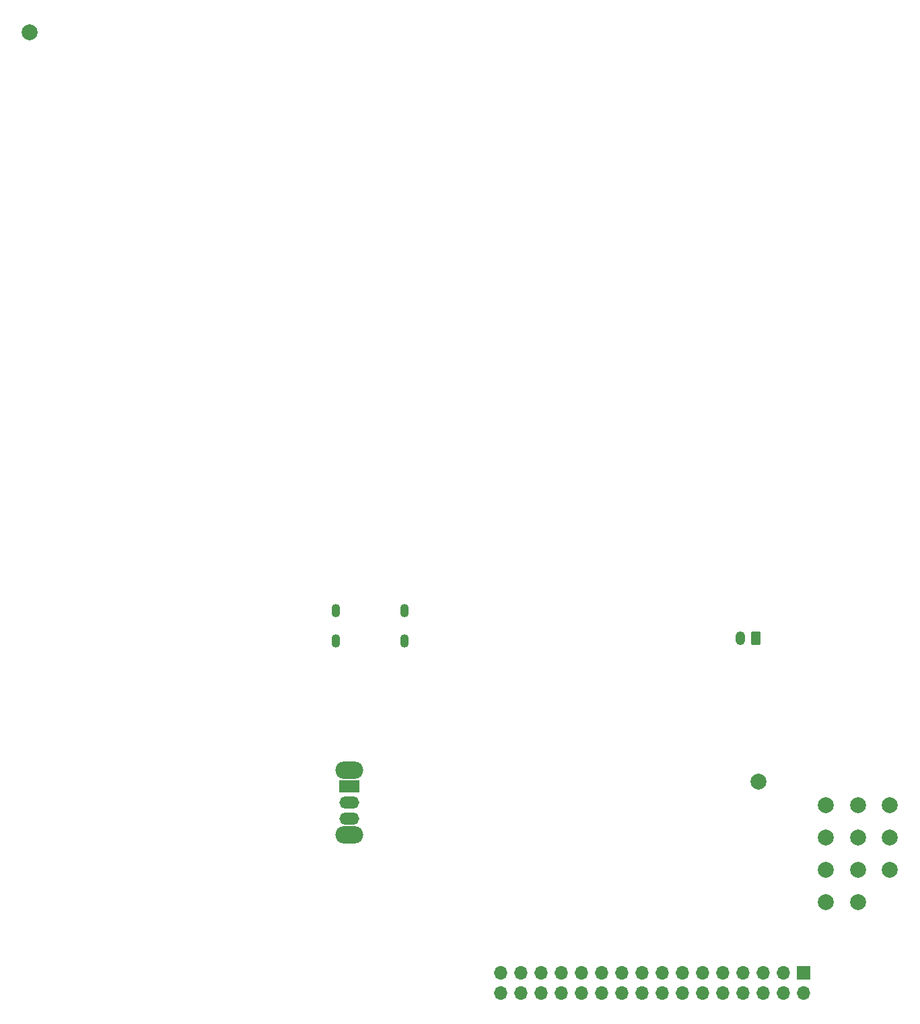
<source format=gbr>
%TF.GenerationSoftware,KiCad,Pcbnew,9.0.0*%
%TF.CreationDate,2025-03-28T02:53:08+02:00*%
%TF.ProjectId,EEE3088F_2025_Project,45454533-3038-4384-965f-323032355f50,rev?*%
%TF.SameCoordinates,Original*%
%TF.FileFunction,Soldermask,Bot*%
%TF.FilePolarity,Negative*%
%FSLAX46Y46*%
G04 Gerber Fmt 4.6, Leading zero omitted, Abs format (unit mm)*
G04 Created by KiCad (PCBNEW 9.0.0) date 2025-03-28 02:53:08*
%MOMM*%
%LPD*%
G01*
G04 APERTURE LIST*
G04 Aperture macros list*
%AMRoundRect*
0 Rectangle with rounded corners*
0 $1 Rounding radius*
0 $2 $3 $4 $5 $6 $7 $8 $9 X,Y pos of 4 corners*
0 Add a 4 corners polygon primitive as box body*
4,1,4,$2,$3,$4,$5,$6,$7,$8,$9,$2,$3,0*
0 Add four circle primitives for the rounded corners*
1,1,$1+$1,$2,$3*
1,1,$1+$1,$4,$5*
1,1,$1+$1,$6,$7*
1,1,$1+$1,$8,$9*
0 Add four rect primitives between the rounded corners*
20,1,$1+$1,$2,$3,$4,$5,0*
20,1,$1+$1,$4,$5,$6,$7,0*
20,1,$1+$1,$6,$7,$8,$9,0*
20,1,$1+$1,$8,$9,$2,$3,0*%
G04 Aperture macros list end*
%ADD10C,2.000000*%
%ADD11O,3.500000X2.200000*%
%ADD12R,2.500000X1.500000*%
%ADD13O,2.500000X1.500000*%
%ADD14O,1.100000X1.700000*%
%ADD15R,1.700000X1.700000*%
%ADD16O,1.700000X1.700000*%
%ADD17RoundRect,0.250000X0.350000X0.625000X-0.350000X0.625000X-0.350000X-0.625000X0.350000X-0.625000X0*%
%ADD18O,1.200000X1.750000*%
G04 APERTURE END LIST*
D10*
%TO.C,TP6*%
X110500000Y-107500000D03*
%TD*%
D11*
%TO.C,SW1*%
X46500000Y-99000000D03*
X46500000Y-107200000D03*
D12*
X46500000Y-101100000D03*
D13*
X46500000Y-103100000D03*
X46500000Y-105100000D03*
%TD*%
D10*
%TO.C,TP10*%
X114550000Y-107500000D03*
%TD*%
%TO.C,TP12*%
X6335000Y-6225000D03*
%TD*%
D14*
%TO.C,J2*%
X53500000Y-82800000D03*
X53500000Y-79000000D03*
X44860000Y-82800000D03*
X44860000Y-79000000D03*
%TD*%
D10*
%TO.C,TP4*%
X106450000Y-115600000D03*
%TD*%
%TO.C,TP3*%
X106450000Y-111550000D03*
%TD*%
D15*
%TO.C,J1*%
X103660000Y-124500000D03*
D16*
X103660000Y-127040000D03*
X101120000Y-124500000D03*
X101120000Y-127040000D03*
X98580000Y-124500000D03*
X98580000Y-127040000D03*
X96040000Y-124500000D03*
X96040000Y-127040000D03*
X93500000Y-124500000D03*
X93500000Y-127040000D03*
X90960000Y-124500000D03*
X90960000Y-127040000D03*
X88420000Y-124500000D03*
X88420000Y-127040000D03*
X85880000Y-124500000D03*
X85880000Y-127040000D03*
X83340000Y-124500000D03*
X83340000Y-127040000D03*
X80800000Y-124500000D03*
X80800000Y-127040000D03*
X78260000Y-124500000D03*
X78260000Y-127040000D03*
X75720000Y-124500000D03*
X75720000Y-127040000D03*
X73180000Y-124500000D03*
X73180000Y-127040000D03*
X70640000Y-124500000D03*
X70640000Y-127040000D03*
X68100000Y-124500000D03*
X68100000Y-127040000D03*
X65560000Y-124500000D03*
X65560000Y-127040000D03*
%TD*%
D10*
%TO.C,TP2*%
X106450000Y-107500000D03*
%TD*%
D17*
%TO.C,J3*%
X97700000Y-82450000D03*
D18*
X95700000Y-82450000D03*
%TD*%
D10*
%TO.C,TP7*%
X110500000Y-111550000D03*
%TD*%
%TO.C,TP8*%
X110500000Y-115600000D03*
%TD*%
%TO.C,TP9*%
X114550000Y-103450000D03*
%TD*%
%TO.C,TP11*%
X114550000Y-111550000D03*
%TD*%
%TO.C,TP12*%
X98000000Y-100500000D03*
%TD*%
%TO.C,TP5*%
X110500000Y-103450000D03*
%TD*%
%TO.C,TP1*%
X106450000Y-103450000D03*
%TD*%
M02*

</source>
